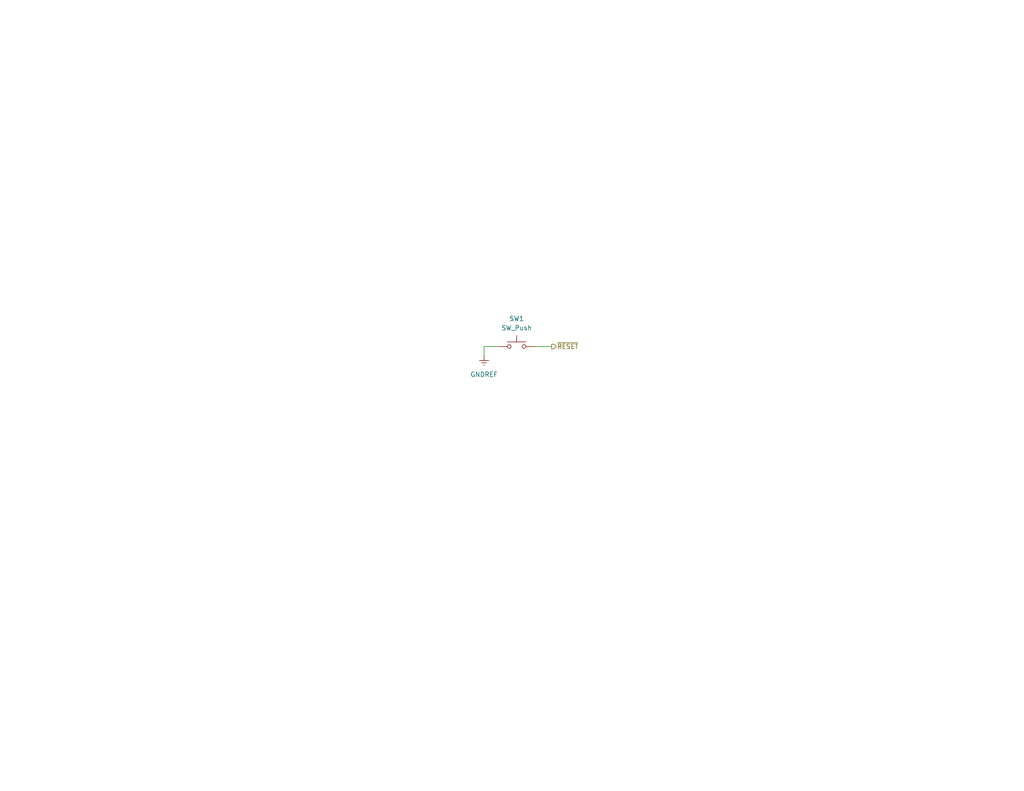
<source format=kicad_sch>
(kicad_sch (version 20230121) (generator eeschema)
  (paper "A")
  (title_block (title "Reset Module - Manual Reset") (date "2022-10-29") (rev "1.0") (company "16-Bit Computer From Scratch") (comment 1 "Adam Clark (@eryjus)"))
  (lib_symbols
    (symbol "Switch:SW_Push" (pin_numbers hide) (pin_names (offset 1.016) hide)
      (property "Reference" "SW" (at 1.27 2.54 0))
      (property "Value" "SW_Push" (at 0 -1.524 0))
      (symbol "SW_Push_0_1"
        (circle (center -2.032 0) (radius 0.508))
        (polyline (pts (xy 0 1.27) (xy 0 3.048)))
        (polyline (pts (xy 2.54 1.27) (xy -2.54 1.27)))
        (circle (center 2.032 0) (radius 0.508))
        (pin passive line (at -5.08 0 0) (length 2.54) (name "1") (number "1"))
        (pin passive line (at 5.08 0 180) (length 2.54) (name "2") (number "2"))
      )
    )
    (symbol "power:GNDREF" (power) (pin_names (offset 0))
      (property "Value" "GNDREF" (at 0 -3.81 0))
      (symbol "GNDREF_0_1"
        (polyline (pts (xy -0.635 -1.905) (xy 0.635 -1.905)))
        (polyline (pts (xy -0.127 -2.54) (xy 0.127 -2.54)))
        (polyline (pts (xy 0 -1.27) (xy 0 0)))
        (polyline (pts (xy 1.27 -1.27) (xy -1.27 -1.27)))
      )
      (symbol "GNDREF_1_1"
        (pin power_in line (at 0 0 270) (length 0) hide (name "GNDREF") (number "1"))
      )
    )
  )
  (wire (pts (xy 132.08 94.615) (xy 132.08 97.155)))
  (wire (pts (xy 146.05 94.615) (xy 150.495 94.615)))
  (wire (pts (xy 135.89 94.615) (xy 132.08 94.615)))
  (hierarchical_label "~{RESET}" (shape output) (at 150.495 94.615 0))
  (symbol (lib_id "power:GNDREF") (at 132.08 97.155 0) (unit 1)
    (property "Reference" "#PWR03" (effects hide))
    (property "Value" "GNDREF" (at 132.08 102.235 0))
  )
  (symbol (lib_id "Switch:SW_Push") (at 140.97 94.615 0) (unit 1)
    (property "Reference" "SW1" (at 140.97 86.995 0))
    (property "Value" "SW_Push" (at 140.97 89.535 0))
  )
)
</source>
